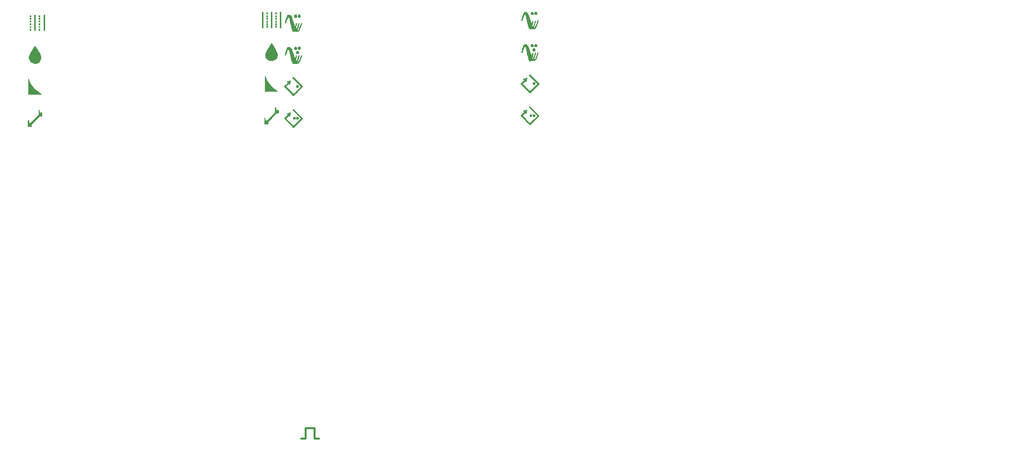
<source format=gbr>
%TF.GenerationSoftware,KiCad,Pcbnew,(6.0.10)*%
<<<<<<< HEAD
%TF.CreationDate,2023-02-08T13:31:10+00:00*%
=======
%TF.CreationDate,2023-02-08T13:12:10+00:00*%
>>>>>>> b10c0fa601ba5ec4f87fb5594a798798840687e0
%TF.ProjectId,frontpanel(1),66726f6e-7470-4616-9e65-6c2831292e6b,rev?*%
%TF.SameCoordinates,Original*%
%TF.FileFunction,Soldermask,Top*%
%TF.FilePolarity,Negative*%
%FSLAX46Y46*%
G04 Gerber Fmt 4.6, Leading zero omitted, Abs format (unit mm)*
<<<<<<< HEAD
G04 Created by KiCad (PCBNEW (6.0.10)) date 2023-02-08 13:31:10*
=======
G04 Created by KiCad (PCBNEW (6.0.10)) date 2023-02-08 13:12:10*
>>>>>>> b10c0fa601ba5ec4f87fb5594a798798840687e0
%MOMM*%
%LPD*%
G01*
G04 APERTURE LIST*
%ADD10C,0.300000*%
G04 APERTURE END LIST*
D10*
<<<<<<< HEAD
X121158000Y-129942800D02*
X121920000Y-129942800D01*
X121920000Y-129942800D02*
X121920000Y-128164800D01*
X123444000Y-129942800D02*
X124206000Y-129942800D01*
X123444000Y-128164800D02*
X123444000Y-129942800D01*
X121920000Y-128164800D02*
X123444000Y-128164800D01*
%TO.C,G\u002A\u002A\u002A*%
G36*
X114693332Y-59865793D02*
G01*
X114443291Y-59865793D01*
X114443291Y-57094506D01*
X114693332Y-57094506D01*
X114693332Y-59865793D01*
G37*
G36*
X117798007Y-59865793D02*
G01*
X117547966Y-59865793D01*
X117547966Y-57094506D01*
X117798007Y-57094506D01*
X117798007Y-59865793D01*
G37*
G36*
X117027048Y-58907303D02*
G01*
X116777007Y-58907303D01*
X116777007Y-58573915D01*
X117027048Y-58573915D01*
X117027048Y-58907303D01*
G37*
G36*
X115464291Y-59824120D02*
G01*
X115214250Y-59824120D01*
X115214250Y-59490732D01*
X115464291Y-59490732D01*
X115464291Y-59824120D01*
G37*
G36*
X115464291Y-58907303D02*
G01*
X115214250Y-58907303D01*
X115214250Y-58573915D01*
X115464291Y-58573915D01*
X115464291Y-58907303D01*
G37*
G36*
X115464291Y-59365711D02*
G01*
X115214250Y-59365711D01*
X115214250Y-59032323D01*
X115464291Y-59032323D01*
X115464291Y-59365711D01*
G37*
G36*
X117027048Y-59824120D02*
G01*
X116777007Y-59824120D01*
X116777007Y-59490732D01*
X117027048Y-59490732D01*
X117027048Y-59824120D01*
G37*
G36*
X117027048Y-57511241D02*
G01*
X116777007Y-57511241D01*
X116777007Y-57177853D01*
X117027048Y-57177853D01*
X117027048Y-57511241D01*
G37*
G36*
X115464291Y-57969649D02*
G01*
X115214250Y-57969649D01*
X115214250Y-57636261D01*
X115464291Y-57636261D01*
X115464291Y-57969649D01*
G37*
G36*
X116256088Y-59865793D02*
G01*
X115985210Y-59865793D01*
X115985210Y-57094506D01*
X116256088Y-57094506D01*
X116256088Y-59865793D01*
G37*
G36*
X115464291Y-58428058D02*
G01*
X115212497Y-58428058D01*
X115224669Y-58105088D01*
X115464291Y-58092590D01*
X115464291Y-58428058D01*
G37*
G36*
X117027048Y-59365711D02*
G01*
X116777007Y-59365711D01*
X116777007Y-59032323D01*
X117027048Y-59032323D01*
X117027048Y-59365711D01*
G37*
G36*
X115464291Y-57511241D02*
G01*
X115214250Y-57511241D01*
X115214250Y-57177853D01*
X115464291Y-57177853D01*
X115464291Y-57511241D01*
G37*
G36*
X117027048Y-57969649D02*
G01*
X116777007Y-57969649D01*
X116777007Y-57636261D01*
X117027048Y-57636261D01*
X117027048Y-57969649D01*
G37*
G36*
X117016629Y-58105088D02*
G01*
X117028801Y-58428058D01*
X116777007Y-58428058D01*
X116777007Y-58092590D01*
X117016629Y-58105088D01*
G37*
G36*
X161860621Y-74818850D02*
G01*
X161048155Y-75631517D01*
X160896213Y-75783309D01*
X160753140Y-75925880D01*
X160621630Y-76056568D01*
X160504381Y-76172710D01*
X160404090Y-76271644D01*
X160323453Y-76350708D01*
X160265165Y-76407239D01*
X160231924Y-76438576D01*
X160225071Y-76444184D01*
X160208787Y-76429868D01*
X160165762Y-76388685D01*
X160098673Y-76323280D01*
X160010202Y-76236301D01*
X159903027Y-76130391D01*
X159779828Y-76008199D01*
X159643284Y-75872369D01*
X159496076Y-75725549D01*
X159392001Y-75621534D01*
X158569550Y-74798884D01*
X158892018Y-74487975D01*
X159214487Y-74177067D01*
X159122314Y-74081991D01*
X159071818Y-74025777D01*
X159051773Y-73991744D01*
X159059803Y-73976236D01*
X159111957Y-73958562D01*
X159188690Y-73933946D01*
X159282369Y-73904687D01*
X159385364Y-73873086D01*
X159490043Y-73841441D01*
X159588774Y-73812053D01*
X159673926Y-73787221D01*
X159737868Y-73769246D01*
X159772967Y-73760426D01*
X159777296Y-73760024D01*
X159774975Y-73781241D01*
X159764742Y-73835143D01*
X159748366Y-73913880D01*
X159727623Y-74009606D01*
X159704283Y-74114471D01*
X159680119Y-74220629D01*
X159656905Y-74320231D01*
X159636412Y-74405428D01*
X159620413Y-74468374D01*
X159610681Y-74501219D01*
X159609257Y-74504022D01*
X159590788Y-74495816D01*
X159551614Y-74466085D01*
X159514588Y-74434080D01*
X159428108Y-74355950D01*
X158974552Y-74808100D01*
X159599811Y-75433358D01*
X160225069Y-76058617D01*
X160844884Y-75438802D01*
X161464700Y-74818987D01*
X160746104Y-74100164D01*
X160027508Y-73381342D01*
X160126409Y-73282441D01*
X160225311Y-73183540D01*
X161860621Y-74818850D01*
G37*
G36*
X160568876Y-74996029D02*
G01*
X160162560Y-75007957D01*
X160162560Y-74589713D01*
X160580804Y-74589713D01*
X160568876Y-74996029D01*
G37*
G36*
X161116596Y-74792871D02*
G01*
X161110632Y-74996029D01*
X160911650Y-75001943D01*
X160824308Y-75003057D01*
X160753181Y-75001190D01*
X160708184Y-74996746D01*
X160698074Y-74993261D01*
X160691703Y-74967263D01*
X160686742Y-74909664D01*
X160683892Y-74830527D01*
X160683478Y-74784189D01*
X160683478Y-74589713D01*
X161122559Y-74589713D01*
X161116596Y-74792871D01*
G37*
G36*
X115038655Y-68038632D02*
G01*
X115060921Y-68053495D01*
X115080611Y-68088447D01*
X115103632Y-68151819D01*
X115114926Y-68186461D01*
X115248456Y-68535020D01*
X115421376Y-68875716D01*
X115631630Y-69205028D01*
X115877162Y-69519436D01*
X115926620Y-69576060D01*
X116076400Y-69733150D01*
X116260195Y-69906141D01*
X116474787Y-70092215D01*
X116716960Y-70288553D01*
X116905753Y-70434051D01*
X117288834Y-70723470D01*
X114949498Y-70723470D01*
X114949498Y-68035530D01*
X115007906Y-68035530D01*
X115038655Y-68038632D01*
G37*
G36*
X159680429Y-58562682D02*
G01*
X159663536Y-58475462D01*
X160084779Y-58475462D01*
X160085614Y-58498936D01*
X160096119Y-58555602D01*
X160114548Y-58638574D01*
X160139154Y-58740964D01*
X160168190Y-58855885D01*
X160199910Y-58976451D01*
X160232568Y-59095775D01*
X160264416Y-59206969D01*
X160293708Y-59303148D01*
X160298419Y-59317853D01*
X160335597Y-59425725D01*
X160366834Y-59502075D01*
X160390905Y-59544807D01*
X160406589Y-59551826D01*
X160412663Y-59521036D01*
X160412677Y-59513683D01*
X160405355Y-59479079D01*
X160386057Y-59416378D01*
X160358189Y-59336212D01*
X160340885Y-59289688D01*
X160308925Y-59199782D01*
X160270633Y-59082910D01*
X160230223Y-58952422D01*
X160191907Y-58821670D01*
X160181476Y-58784481D01*
X160151135Y-58677370D01*
X160124211Y-58586772D01*
X160102750Y-58519221D01*
X160088797Y-58481251D01*
X160084779Y-58475462D01*
X159663536Y-58475462D01*
X159652516Y-58418563D01*
X159651364Y-58412808D01*
X160060521Y-58412808D01*
X160064352Y-58439834D01*
X160071465Y-58440157D01*
X160076439Y-58412269D01*
X160073110Y-58400219D01*
X160063858Y-58392327D01*
X160060521Y-58412808D01*
X159651364Y-58412808D01*
X159634673Y-58329461D01*
X160039684Y-58329461D01*
X160043515Y-58356487D01*
X160050628Y-58356810D01*
X160055602Y-58328922D01*
X160052273Y-58316872D01*
X160043021Y-58308980D01*
X160039684Y-58329461D01*
X159634673Y-58329461D01*
X159618330Y-58247851D01*
X160017203Y-58247851D01*
X160027621Y-58258269D01*
X160038039Y-58247851D01*
X160027621Y-58237432D01*
X160017203Y-58247851D01*
X159618330Y-58247851D01*
X159616526Y-58238841D01*
X159578939Y-58065306D01*
X159541089Y-57903074D01*
X159504313Y-57757259D01*
X159469945Y-57632979D01*
X159439322Y-57535349D01*
X159413779Y-57469484D01*
X159397831Y-57443032D01*
X159376063Y-57446086D01*
X159344530Y-57485293D01*
X159304898Y-57556734D01*
X159258829Y-57656485D01*
X159207989Y-57780626D01*
X159154042Y-57925236D01*
X159098652Y-58086392D01*
X159043485Y-58260173D01*
X159025269Y-58320779D01*
X158996129Y-58418330D01*
X158971187Y-58500313D01*
X158952814Y-58559053D01*
X158943376Y-58586875D01*
X158942806Y-58588011D01*
X158921034Y-58589220D01*
X158871872Y-58584563D01*
X158841836Y-58580436D01*
X158780878Y-58567471D01*
X158752193Y-58549071D01*
X158746161Y-58525986D01*
X158751170Y-58490303D01*
X158765001Y-58421701D01*
X158785857Y-58327561D01*
X158811943Y-58215261D01*
X158841464Y-58092182D01*
X158872623Y-57965703D01*
X158903625Y-57843204D01*
X158932674Y-57732065D01*
X158957975Y-57639665D01*
X158977732Y-57573384D01*
X158978618Y-57570656D01*
X159028372Y-57435583D01*
X159082531Y-57318421D01*
X159137262Y-57226341D01*
X159188735Y-57166512D01*
X159198710Y-57158760D01*
X159259785Y-57132159D01*
X159347459Y-57113277D01*
X159447176Y-57103285D01*
X159544379Y-57103357D01*
X159624513Y-57114662D01*
X159648452Y-57122561D01*
X159729909Y-57170654D01*
X159808666Y-57246114D01*
X159885705Y-57350927D01*
X159962007Y-57487076D01*
X160038555Y-57656546D01*
X160116332Y-57861322D01*
X160196319Y-58103388D01*
X160279499Y-58384729D01*
X160287875Y-58414545D01*
X160342331Y-58608395D01*
X160387012Y-58765264D01*
X160423006Y-58888402D01*
X160451398Y-58981062D01*
X160473274Y-59046496D01*
X160489720Y-59087954D01*
X160501822Y-59108690D01*
X160510667Y-59111954D01*
X160517237Y-59101289D01*
X160526804Y-59065365D01*
X160541948Y-58998275D01*
X160560542Y-58909808D01*
X160579313Y-58815652D01*
X160599776Y-58712308D01*
X160615389Y-58643097D01*
X160629001Y-58601197D01*
X160643463Y-58579786D01*
X160661625Y-58572042D01*
X160681478Y-58571105D01*
X160742142Y-58575981D01*
X160780070Y-58583199D01*
X160795081Y-58587463D01*
X160805933Y-58594317D01*
X160812034Y-58608458D01*
X160812791Y-58634582D01*
X160807613Y-58677387D01*
X160795908Y-58741569D01*
X160777082Y-58831825D01*
X160750546Y-58952852D01*
X160715705Y-59109347D01*
X160711196Y-59129576D01*
X160635424Y-59469545D01*
X160721634Y-59643913D01*
X160777898Y-59518893D01*
X160804185Y-59452151D01*
X160837719Y-59354877D01*
X160875561Y-59236946D01*
X160914769Y-59108235D01*
X160952404Y-58978619D01*
X160985525Y-58857974D01*
X161011193Y-58756178D01*
X161026152Y-58684996D01*
X161041763Y-58611112D01*
X161062783Y-58571055D01*
X161097632Y-58557088D01*
X161154732Y-58561474D01*
X161159741Y-58562262D01*
X161221162Y-58578516D01*
X161245618Y-58602847D01*
X161246467Y-58609948D01*
X161239778Y-58663375D01*
X161221401Y-58748767D01*
X161193547Y-58858804D01*
X161158429Y-58986165D01*
X161118260Y-59123528D01*
X161075251Y-59263572D01*
X161031614Y-59398977D01*
X160989563Y-59522421D01*
X160951308Y-59626583D01*
X160919063Y-59704142D01*
X160910423Y-59722051D01*
X160887604Y-59771937D01*
X160885740Y-59795083D01*
X160900742Y-59800189D01*
X160955513Y-59780276D01*
X161016583Y-59722696D01*
X161082295Y-59630690D01*
X161150989Y-59507498D01*
X161221007Y-59356360D01*
X161290689Y-59180517D01*
X161358378Y-58983207D01*
X161414152Y-58797329D01*
X161441572Y-58703005D01*
X161466343Y-58623427D01*
X161485673Y-58567212D01*
X161496490Y-58543258D01*
X161523448Y-58537970D01*
X161571537Y-58543855D01*
X161624907Y-58557042D01*
X161667708Y-58573659D01*
X161684143Y-58589090D01*
X161678562Y-58614503D01*
X161663361Y-58671450D01*
X161640850Y-58751535D01*
X161613342Y-58846363D01*
X161612896Y-58847879D01*
X161525189Y-59127404D01*
X161438413Y-59366223D01*
X161352080Y-59565282D01*
X161265706Y-59725523D01*
X161178804Y-59847892D01*
X161090890Y-59933333D01*
X161037018Y-59967487D01*
X160939603Y-60002988D01*
X160852103Y-60002284D01*
X160800605Y-59984850D01*
X160754194Y-59972478D01*
X160704014Y-59983290D01*
X160676664Y-59995269D01*
X160605059Y-60022924D01*
X160547422Y-60025346D01*
X160484648Y-60002661D01*
X160472682Y-59996623D01*
X160426226Y-59976429D01*
X160396586Y-59978547D01*
X160374742Y-59994304D01*
X160301596Y-60033098D01*
X160219245Y-60035814D01*
X160150168Y-60008174D01*
X160102922Y-59969407D01*
X160057922Y-59914116D01*
X160014349Y-59839682D01*
X159971384Y-59743488D01*
X159928206Y-59622913D01*
X159883995Y-59475340D01*
X159837932Y-59298149D01*
X159789196Y-59088721D01*
X159736969Y-58844439D01*
X159734614Y-58832706D01*
X159937512Y-58832706D01*
X159942222Y-58869763D01*
X159957190Y-58947163D01*
X159982522Y-59064900D01*
X159987934Y-59089230D01*
X160029111Y-59261349D01*
X160071854Y-59417836D01*
X160114691Y-59554848D01*
X160156147Y-59668543D01*
X160194750Y-59755079D01*
X160229024Y-59810615D01*
X160257496Y-59831307D01*
X160270569Y-59826035D01*
X160278104Y-59793118D01*
X160275364Y-59787351D01*
X160522711Y-59787351D01*
X160543589Y-59813724D01*
X160570783Y-59821025D01*
X160589904Y-59814880D01*
X160581089Y-59789460D01*
X160575284Y-59779872D01*
X160548516Y-59754146D01*
X160531082Y-59757220D01*
X160522711Y-59787351D01*
X160275364Y-59787351D01*
X160260244Y-59755534D01*
X160223335Y-59685649D01*
X160179614Y-59581687D01*
X160131455Y-59450217D01*
X160081231Y-59297810D01*
X160031314Y-59131037D01*
X160019191Y-59087980D01*
X159983901Y-58963627D01*
X159958456Y-58879634D01*
X159942958Y-58835995D01*
X159937512Y-58832706D01*
X159734614Y-58832706D01*
X159715512Y-58737514D01*
X159916309Y-58737514D01*
X159919583Y-58767095D01*
X159926819Y-58763560D01*
X159929571Y-58720900D01*
X159926819Y-58711468D01*
X159919213Y-58708851D01*
X159916309Y-58737514D01*
X159715512Y-58737514D01*
X159696348Y-58642013D01*
X159893827Y-58642013D01*
X159897658Y-58669038D01*
X159904771Y-58669361D01*
X159909745Y-58641473D01*
X159906416Y-58629424D01*
X159897164Y-58621531D01*
X159893827Y-58642013D01*
X159696348Y-58642013D01*
X159680429Y-58562682D01*
G37*
G36*
X160667953Y-57050455D02*
G01*
X160731335Y-57075980D01*
X160799547Y-57143726D01*
X160840523Y-57233037D01*
X160853808Y-57333549D01*
X160838944Y-57434896D01*
X160795477Y-57526714D01*
X160753287Y-57574923D01*
X160698371Y-57604300D01*
X160623096Y-57621610D01*
X160547820Y-57623653D01*
X160505167Y-57613923D01*
X160463644Y-57586098D01*
X160416243Y-57540881D01*
X160407021Y-57530339D01*
X160355234Y-57442382D01*
X160335271Y-57347097D01*
X160344203Y-57252520D01*
X160379104Y-57166687D01*
X160437046Y-57097634D01*
X160515102Y-57053396D01*
X160585176Y-57041335D01*
X160667953Y-57050455D01*
G37*
G36*
X161307215Y-57057304D02*
G01*
X161380763Y-57105264D01*
X161434419Y-57175516D01*
X161466643Y-57260143D01*
X161475893Y-57351225D01*
X161460629Y-57440842D01*
X161419311Y-57521075D01*
X161350399Y-57584005D01*
X161324020Y-57598370D01*
X161247933Y-57626945D01*
X161184595Y-57628218D01*
X161115031Y-57601910D01*
X161101999Y-57595092D01*
X161026050Y-57534680D01*
X160978482Y-57455954D01*
X160957690Y-57366789D01*
X160962066Y-57275062D01*
X160990003Y-57188650D01*
X161039896Y-57115428D01*
X161110137Y-57063273D01*
X161199120Y-57040060D01*
X161215316Y-57039558D01*
X161307215Y-57057304D01*
G37*
G36*
X161261244Y-62543071D02*
G01*
X161343683Y-62577058D01*
X161410623Y-62639109D01*
X161455020Y-62724813D01*
X161469906Y-62822256D01*
X161453784Y-62928224D01*
X161409402Y-63016791D01*
X161343035Y-63082197D01*
X161260958Y-63118682D01*
X161169444Y-63120483D01*
X161149985Y-63116017D01*
X161064062Y-63073218D01*
X161001258Y-63004008D01*
X160962777Y-62917422D01*
X160949825Y-62822498D01*
X160963610Y-62728270D01*
X161005335Y-62643776D01*
X161076209Y-62578051D01*
X161078041Y-62576923D01*
X161170349Y-62541556D01*
X161261244Y-62543071D01*
G37*
G36*
X161002990Y-63295128D02*
G01*
X161072748Y-63342180D01*
X161125586Y-63413715D01*
X161154221Y-63508496D01*
X161157277Y-63555717D01*
X161140774Y-63660923D01*
X161095574Y-63748722D01*
X161028147Y-63813377D01*
X160944958Y-63849150D01*
X160852475Y-63850304D01*
X160830982Y-63845188D01*
X160748945Y-63801547D01*
X160687350Y-63728925D01*
X160650647Y-63636825D01*
X160643287Y-63534752D01*
X160655463Y-63470453D01*
X160700512Y-63376517D01*
X160765076Y-63313254D01*
X160841868Y-63279427D01*
X160923602Y-63273798D01*
X161002990Y-63295128D01*
G37*
G36*
X159672979Y-64024544D02*
G01*
X159865554Y-64024544D01*
X159875973Y-64034962D01*
X159886391Y-64024544D01*
X159875973Y-64014125D01*
X159865554Y-64024544D01*
X159672979Y-64024544D01*
X159655619Y-63936575D01*
X159646521Y-63889105D01*
X159643998Y-63876543D01*
X160058701Y-63876543D01*
X160058829Y-63900920D01*
X160069010Y-63958809D01*
X160087552Y-64043740D01*
X160112760Y-64149242D01*
X160142942Y-64268842D01*
X160176405Y-64396071D01*
X160211454Y-64524456D01*
X160246397Y-64647528D01*
X160279540Y-64758815D01*
X160309190Y-64851845D01*
X160327800Y-64904896D01*
X160355533Y-64967891D01*
X160380951Y-65006726D01*
X160399667Y-65016643D01*
X160407297Y-64992885D01*
X160407310Y-64991160D01*
X160400834Y-64964184D01*
X160383004Y-64905404D01*
X160356222Y-64822354D01*
X160322886Y-64722569D01*
X160306107Y-64673399D01*
X160261909Y-64540607D01*
X160215404Y-64393991D01*
X160171988Y-64250946D01*
X160137053Y-64128866D01*
X160135670Y-64123788D01*
X160109102Y-64028604D01*
X160086000Y-63950811D01*
X160068633Y-63897690D01*
X160059267Y-63876522D01*
X160058701Y-63876543D01*
X159643998Y-63876543D01*
X159631524Y-63814440D01*
X160033893Y-63814440D01*
X160037724Y-63841465D01*
X160044837Y-63841788D01*
X160049811Y-63813900D01*
X160046482Y-63801851D01*
X160037230Y-63793958D01*
X160033893Y-63814440D01*
X159631524Y-63814440D01*
X159617224Y-63743247D01*
X160011412Y-63743247D01*
X160019035Y-63760398D01*
X160025303Y-63757139D01*
X160027797Y-63732410D01*
X160025303Y-63729356D01*
X160012915Y-63732216D01*
X160011412Y-63743247D01*
X159617224Y-63743247D01*
X159608245Y-63698545D01*
X159568961Y-63520986D01*
X159529782Y-63360193D01*
X159491822Y-63219930D01*
X159456193Y-63103964D01*
X159424009Y-63016058D01*
X159396383Y-62959977D01*
X159374427Y-62939487D01*
X159366764Y-62942806D01*
X159334149Y-62990351D01*
X159292375Y-63071266D01*
X159244019Y-63178933D01*
X159191654Y-63306735D01*
X159137855Y-63448054D01*
X159085197Y-63596273D01*
X159036255Y-63744774D01*
X158993603Y-63886938D01*
X158979542Y-63938066D01*
X158941427Y-64080793D01*
X158858513Y-64067534D01*
X158790561Y-64054280D01*
X158754699Y-64038860D01*
X158741465Y-64015973D01*
X158740370Y-64001394D01*
X158745746Y-63962415D01*
X158760640Y-63890490D01*
X158783200Y-63792764D01*
X158811574Y-63676383D01*
X158843908Y-63548492D01*
X158878352Y-63416239D01*
X158913052Y-63286768D01*
X158946157Y-63167225D01*
X158975815Y-63064756D01*
X159000172Y-62986507D01*
X159012553Y-62951321D01*
X159052057Y-62862242D01*
X159098665Y-62776569D01*
X159142869Y-62711623D01*
X159146521Y-62707250D01*
X159182496Y-62666823D01*
X159213626Y-62641116D01*
X159251140Y-62625795D01*
X159306269Y-62616529D01*
X159390242Y-62608985D01*
X159404044Y-62607890D01*
X159503654Y-62601958D01*
X159572678Y-62603380D01*
X159621671Y-62612869D01*
X159649165Y-62624413D01*
X159731168Y-62679232D01*
X159809732Y-62758051D01*
X159885994Y-62863225D01*
X159961093Y-62997107D01*
X160036166Y-63162051D01*
X160112350Y-63360412D01*
X160190784Y-63594542D01*
X160272605Y-63866796D01*
X160305006Y-63981402D01*
X160362699Y-64186199D01*
X160410504Y-64350748D01*
X160448487Y-64475267D01*
X160476719Y-64559974D01*
X160495266Y-64605086D01*
X160503180Y-64612813D01*
X160510118Y-64590436D01*
X160523282Y-64535017D01*
X160540908Y-64454412D01*
X160561230Y-64356480D01*
X160565485Y-64335395D01*
X160586570Y-64234445D01*
X160605982Y-64148818D01*
X160621789Y-64086536D01*
X160632061Y-64055619D01*
X160633241Y-64053940D01*
X160660370Y-64050271D01*
X160711849Y-64055850D01*
X160732814Y-64059847D01*
X160818695Y-64078030D01*
X160798932Y-64176307D01*
X160787591Y-64230799D01*
X160769344Y-64316297D01*
X160746276Y-64423118D01*
X160720475Y-64541576D01*
X160706282Y-64606325D01*
X160679371Y-64729805D01*
X160660865Y-64819865D01*
X160650115Y-64883763D01*
X160646470Y-64928757D01*
X160649278Y-64962105D01*
X160657889Y-64991064D01*
X160669375Y-65017851D01*
X160694815Y-65067152D01*
X160715500Y-65095191D01*
X160720260Y-65097636D01*
X160735635Y-65078637D01*
X160759881Y-65026032D01*
X160790865Y-64946412D01*
X160826456Y-64846367D01*
X160864523Y-64732486D01*
X160902934Y-64611359D01*
X160939559Y-64489576D01*
X160972265Y-64373727D01*
X160998921Y-64270403D01*
X161017396Y-64186192D01*
X161020324Y-64169869D01*
X161033237Y-64109936D01*
X161047574Y-64066002D01*
X161050790Y-64059778D01*
X161080146Y-64044664D01*
X161129559Y-64043126D01*
X161183276Y-64052540D01*
X161225544Y-64070280D01*
X161240780Y-64091454D01*
X161234293Y-64143465D01*
X161216325Y-64227211D01*
X161189118Y-64335076D01*
X161154913Y-64459445D01*
X161115950Y-64592702D01*
X161074471Y-64727233D01*
X161032717Y-64855423D01*
X160992927Y-64969655D01*
X160957345Y-65062315D01*
X160949834Y-65080140D01*
X160913843Y-65165684D01*
X160893920Y-65220149D01*
X160888522Y-65250226D01*
X160896104Y-65262605D01*
X160907321Y-65264330D01*
X160950442Y-65246236D01*
X161004371Y-65196426D01*
X161063784Y-65121611D01*
X161123361Y-65028503D01*
X161177779Y-64923811D01*
X161178357Y-64922560D01*
X161218589Y-64827814D01*
X161266043Y-64704242D01*
X161316768Y-64563168D01*
X161366818Y-64415916D01*
X161412241Y-64273811D01*
X161449091Y-64148174D01*
X161451557Y-64139146D01*
X161469771Y-64079469D01*
X161486312Y-64037290D01*
X161491683Y-64028236D01*
X161516828Y-64023858D01*
X161563992Y-64029080D01*
X161617249Y-64040498D01*
X161660677Y-64054706D01*
X161678352Y-64068149D01*
X161671279Y-64111988D01*
X161651710Y-64187403D01*
X161622120Y-64287079D01*
X161584983Y-64403701D01*
X161542773Y-64529953D01*
X161497966Y-64658521D01*
X161453034Y-64782087D01*
X161410454Y-64893338D01*
X161372699Y-64984958D01*
X161354994Y-65024105D01*
X161265443Y-65189430D01*
X161171792Y-65317799D01*
X161075305Y-65408253D01*
X160977248Y-65459831D01*
X160878886Y-65471575D01*
X160794624Y-65448905D01*
X160746701Y-65436290D01*
X160701269Y-65452368D01*
X160690193Y-65459324D01*
X160610039Y-65489293D01*
X160522863Y-65486601D01*
X160459282Y-65460285D01*
X160421619Y-65439946D01*
X160391884Y-65443554D01*
X160353021Y-65470703D01*
X160284627Y-65507782D01*
X160215422Y-65507212D01*
X160146178Y-65475685D01*
X160097665Y-65436661D01*
X160051083Y-65378620D01*
X160005661Y-65299118D01*
X159960632Y-65195715D01*
X159915226Y-65065966D01*
X159868674Y-64907431D01*
X159820206Y-64717667D01*
X159769054Y-64494231D01*
X159714448Y-64234681D01*
X159710328Y-64213806D01*
X159911930Y-64213806D01*
X159920383Y-64270836D01*
X159935885Y-64353641D01*
X159956898Y-64454897D01*
X159981886Y-64567278D01*
X160009311Y-64683460D01*
X160037637Y-64796117D01*
X160045713Y-64826758D01*
X160088446Y-64974262D01*
X160131285Y-65098585D01*
X160172493Y-65195987D01*
X160210335Y-65262723D01*
X160243076Y-65295053D01*
X160262741Y-65294789D01*
X160262333Y-65272575D01*
X160259685Y-65264128D01*
X160523384Y-65264128D01*
X160551998Y-65284049D01*
X160564992Y-65285167D01*
X160584119Y-65278944D01*
X160575147Y-65253331D01*
X160569687Y-65244325D01*
X160544985Y-65218633D01*
X160529212Y-65227702D01*
X160523384Y-65264128D01*
X160259685Y-65264128D01*
X160246648Y-65222538D01*
X160218852Y-65154227D01*
X160208731Y-65131828D01*
X160172549Y-65044338D01*
X160130032Y-64927060D01*
X160084560Y-64790728D01*
X160039514Y-64646080D01*
X159998273Y-64503851D01*
X159964217Y-64374778D01*
X159946995Y-64300502D01*
X159932025Y-64238481D01*
X159919052Y-64198692D01*
X159912062Y-64189876D01*
X159911930Y-64213806D01*
X159710328Y-64213806D01*
X159693196Y-64126991D01*
X159888036Y-64126991D01*
X159891867Y-64154016D01*
X159898980Y-64154339D01*
X159903954Y-64126451D01*
X159900625Y-64114402D01*
X159891373Y-64106509D01*
X159888036Y-64126991D01*
X159693196Y-64126991D01*
X159672979Y-64024544D01*
G37*
G36*
X160664753Y-62549582D02*
G01*
X160743888Y-62592271D01*
X160803128Y-62665078D01*
X160837772Y-62762898D01*
X160844882Y-62840236D01*
X160841204Y-62912348D01*
X160825399Y-62962621D01*
X160790310Y-63010592D01*
X160777162Y-63025080D01*
X160692615Y-63094128D01*
X160604213Y-63122153D01*
X160511438Y-63110210D01*
X160432296Y-63064000D01*
X160373674Y-62989572D01*
X160339610Y-62896982D01*
X160334140Y-62796287D01*
X160353265Y-62716139D01*
X160407889Y-62623409D01*
X160486066Y-62564992D01*
X160570423Y-62542117D01*
X160664753Y-62549582D01*
G37*
G36*
X116911019Y-73809134D02*
G01*
X117348591Y-73809134D01*
X117348591Y-74455073D01*
X116942045Y-74455073D01*
X116238919Y-75158427D01*
X115535794Y-75861780D01*
X115535794Y-76267870D01*
X114889855Y-76267870D01*
X114889855Y-75184359D01*
X115098222Y-75184359D01*
X115098222Y-75621931D01*
X115317241Y-75621931D01*
X116009947Y-74928994D01*
X116702652Y-74236057D01*
X116702652Y-73392399D01*
X116911019Y-73392399D01*
X116911019Y-73809134D01*
G37*
G36*
X116138799Y-62390473D02*
G01*
X116180776Y-62447772D01*
X116240882Y-62535246D01*
X116314904Y-62646330D01*
X116398628Y-62774458D01*
X116487840Y-62913064D01*
X116578327Y-63055584D01*
X116665876Y-63195452D01*
X116746272Y-63326103D01*
X116815302Y-63440970D01*
X116868752Y-63533490D01*
X116885333Y-63563715D01*
X116970505Y-63732778D01*
X117047251Y-63904368D01*
X117111978Y-64068797D01*
X117161090Y-64216380D01*
X117190991Y-64337430D01*
X117198666Y-64407812D01*
X117175114Y-64631940D01*
X117108029Y-64839082D01*
X117002762Y-65025021D01*
X116864668Y-65185541D01*
X116699099Y-65316424D01*
X116511409Y-65413454D01*
X116306951Y-65472413D01*
X116091077Y-65489085D01*
X115869141Y-65459253D01*
X115865166Y-65458274D01*
X115650242Y-65380070D01*
X115460354Y-65261516D01*
X115300135Y-65108506D01*
X115174216Y-64926934D01*
X115087228Y-64722695D01*
X115043802Y-64501681D01*
X115039666Y-64407812D01*
X115051887Y-64314507D01*
X115086153Y-64187033D01*
X115138869Y-64035077D01*
X115206440Y-63868325D01*
X115285270Y-63696462D01*
X115352998Y-63563715D01*
X115398762Y-63482373D01*
X115461851Y-63375965D01*
X115538051Y-63251054D01*
X115623148Y-63114207D01*
X115712930Y-62971989D01*
X115803181Y-62830965D01*
X115889689Y-62697701D01*
X115968240Y-62578762D01*
X116034620Y-62480714D01*
X116084617Y-62410122D01*
X116114015Y-62373551D01*
X116119166Y-62369915D01*
X116138799Y-62390473D01*
G37*
G36*
X161116596Y-69342871D02*
G01*
X161110632Y-69546029D01*
X160911650Y-69551943D01*
X160824308Y-69553057D01*
X160753181Y-69551190D01*
X160708184Y-69546746D01*
X160698074Y-69543261D01*
X160691703Y-69517263D01*
X160686742Y-69459664D01*
X160683892Y-69380527D01*
X160683478Y-69334189D01*
X160683478Y-69139713D01*
X161122559Y-69139713D01*
X161116596Y-69342871D01*
G37*
G36*
X161860621Y-69368850D02*
G01*
X161048155Y-70181517D01*
X160896213Y-70333309D01*
X160753140Y-70475880D01*
X160621630Y-70606568D01*
X160504381Y-70722710D01*
X160404090Y-70821644D01*
X160323453Y-70900708D01*
X160265165Y-70957239D01*
X160231924Y-70988576D01*
X160225071Y-70994184D01*
X160208787Y-70979868D01*
X160165762Y-70938685D01*
X160098673Y-70873280D01*
X160010202Y-70786301D01*
X159903027Y-70680391D01*
X159779828Y-70558199D01*
X159643284Y-70422369D01*
X159496076Y-70275549D01*
X159392001Y-70171534D01*
X158569550Y-69348884D01*
X158892018Y-69037975D01*
X159214487Y-68727067D01*
X159122314Y-68631991D01*
X159071818Y-68575777D01*
X159051773Y-68541744D01*
X159059803Y-68526236D01*
X159111957Y-68508562D01*
X159188690Y-68483946D01*
X159282369Y-68454687D01*
X159385364Y-68423086D01*
X159490043Y-68391441D01*
X159588774Y-68362053D01*
X159673926Y-68337221D01*
X159737868Y-68319246D01*
X159772967Y-68310426D01*
X159777296Y-68310024D01*
X159774975Y-68331241D01*
X159764742Y-68385143D01*
X159748366Y-68463880D01*
X159727623Y-68559606D01*
X159704283Y-68664471D01*
X159680119Y-68770629D01*
X159656905Y-68870231D01*
X159636412Y-68955428D01*
X159620413Y-69018374D01*
X159610681Y-69051219D01*
X159609257Y-69054022D01*
X159590788Y-69045816D01*
X159551614Y-69016085D01*
X159514588Y-68984080D01*
X159428108Y-68905950D01*
X158974552Y-69358100D01*
X159599811Y-69983358D01*
X160225069Y-70608617D01*
X160844884Y-69988802D01*
X161464700Y-69368987D01*
X160746104Y-68650164D01*
X160027508Y-67931342D01*
X160126409Y-67832441D01*
X160225311Y-67733540D01*
X161860621Y-69368850D01*
G37*
G36*
X161121050Y-69334189D02*
G01*
X161120636Y-69380527D01*
X161117787Y-69459664D01*
X161112826Y-69517263D01*
X161106455Y-69543261D01*
X161096345Y-69546746D01*
X161051347Y-69551190D01*
X160980220Y-69553057D01*
X160892878Y-69551943D01*
X160693897Y-69546029D01*
X160681969Y-69139713D01*
X161121050Y-69139713D01*
X161121050Y-69334189D01*
G37*
G36*
X161860621Y-69368850D02*
G01*
X161048155Y-70181517D01*
X160952704Y-70276919D01*
X160805964Y-70423285D01*
X160669769Y-70558774D01*
X160546818Y-70680723D01*
X160439805Y-70786469D01*
X160351427Y-70873351D01*
X160284382Y-70938705D01*
X160241364Y-70979870D01*
X160225071Y-70994184D01*
X160217139Y-70987592D01*
X160182505Y-70954845D01*
X160122938Y-70897018D01*
X160041118Y-70816755D01*
X159939724Y-70716704D01*
X159821436Y-70599511D01*
X159688933Y-70467820D01*
X159544895Y-70324279D01*
X159392001Y-70171534D01*
X158569549Y-69348884D01*
X158892018Y-69037975D01*
X159214487Y-68727067D01*
X159122314Y-68631991D01*
X159072105Y-68576142D01*
X159051819Y-68541942D01*
X159059803Y-68526236D01*
X159078831Y-68519600D01*
X159142540Y-68498644D01*
X159227530Y-68471740D01*
X159326170Y-68441187D01*
X159430829Y-68409285D01*
X159533875Y-68378333D01*
X159627676Y-68350631D01*
X159704600Y-68328479D01*
X159757018Y-68314177D01*
X159777296Y-68310024D01*
X159777537Y-68312458D01*
X159772676Y-68344224D01*
X159760429Y-68406338D01*
X159742569Y-68490952D01*
X159720867Y-68590218D01*
X159697096Y-68696289D01*
X159673030Y-68801316D01*
X159650441Y-68897450D01*
X159631100Y-68976845D01*
X159616781Y-69031652D01*
X159609257Y-69054022D01*
X159597803Y-69050210D01*
X159562966Y-69025261D01*
X159514588Y-68984080D01*
X159428108Y-68905950D01*
X158974552Y-69358100D01*
X159599811Y-69983358D01*
X160225069Y-70608617D01*
X160844884Y-69988802D01*
X161464700Y-69368987D01*
X160746104Y-68650164D01*
X160027508Y-67931342D01*
X160126410Y-67832441D01*
X160225311Y-67733540D01*
X161860621Y-69368850D01*
=======
X237180800Y-122981200D02*
X237942800Y-122981200D01*
X237942800Y-122981200D02*
X237942800Y-121203200D01*
X239466800Y-122981200D02*
X240228800Y-122981200D01*
X239466800Y-121203200D02*
X239466800Y-122981200D01*
X237942800Y-121203200D02*
X239466800Y-121203200D01*
%TO.C,G\u002A\u002A\u002A*%
G36*
X74332732Y-60326593D02*
G01*
X74082691Y-60326593D01*
X74082691Y-57555306D01*
X74332732Y-57555306D01*
X74332732Y-60326593D01*
G37*
G36*
X77437407Y-60326593D02*
G01*
X77187366Y-60326593D01*
X77187366Y-57555306D01*
X77437407Y-57555306D01*
X77437407Y-60326593D01*
G37*
G36*
X76666448Y-59368103D02*
G01*
X76416407Y-59368103D01*
X76416407Y-59034715D01*
X76666448Y-59034715D01*
X76666448Y-59368103D01*
G37*
G36*
X75103691Y-60284920D02*
G01*
X74853650Y-60284920D01*
X74853650Y-59951532D01*
X75103691Y-59951532D01*
X75103691Y-60284920D01*
G37*
G36*
X75103691Y-59368103D02*
G01*
X74853650Y-59368103D01*
X74853650Y-59034715D01*
X75103691Y-59034715D01*
X75103691Y-59368103D01*
G37*
G36*
X75103691Y-59826511D02*
G01*
X74853650Y-59826511D01*
X74853650Y-59493123D01*
X75103691Y-59493123D01*
X75103691Y-59826511D01*
G37*
G36*
X76666448Y-60284920D02*
G01*
X76416407Y-60284920D01*
X76416407Y-59951532D01*
X76666448Y-59951532D01*
X76666448Y-60284920D01*
G37*
G36*
X76666448Y-57972041D02*
G01*
X76416407Y-57972041D01*
X76416407Y-57638653D01*
X76666448Y-57638653D01*
X76666448Y-57972041D01*
G37*
G36*
X75103691Y-58430449D02*
G01*
X74853650Y-58430449D01*
X74853650Y-58097061D01*
X75103691Y-58097061D01*
X75103691Y-58430449D01*
G37*
G36*
X75895488Y-60326593D02*
G01*
X75624610Y-60326593D01*
X75624610Y-57555306D01*
X75895488Y-57555306D01*
X75895488Y-60326593D01*
G37*
G36*
X75103691Y-58888858D02*
G01*
X74851897Y-58888858D01*
X74864069Y-58565888D01*
X75103691Y-58553390D01*
X75103691Y-58888858D01*
G37*
G36*
X76666448Y-59826511D02*
G01*
X76416407Y-59826511D01*
X76416407Y-59493123D01*
X76666448Y-59493123D01*
X76666448Y-59826511D01*
G37*
G36*
X75103691Y-57972041D02*
G01*
X74853650Y-57972041D01*
X74853650Y-57638653D01*
X75103691Y-57638653D01*
X75103691Y-57972041D01*
G37*
G36*
X76666448Y-58430449D02*
G01*
X76416407Y-58430449D01*
X76416407Y-58097061D01*
X76666448Y-58097061D01*
X76666448Y-58430449D01*
G37*
G36*
X76656029Y-58565888D02*
G01*
X76668201Y-58888858D01*
X76416407Y-58888858D01*
X76416407Y-58553390D01*
X76656029Y-58565888D01*
G37*
G36*
X121500021Y-75279650D02*
G01*
X120687555Y-76092317D01*
X120535613Y-76244109D01*
X120392540Y-76386680D01*
X120261030Y-76517368D01*
X120143781Y-76633510D01*
X120043490Y-76732444D01*
X119962853Y-76811508D01*
X119904565Y-76868039D01*
X119871324Y-76899376D01*
X119864471Y-76904984D01*
X119848187Y-76890668D01*
X119805162Y-76849485D01*
X119738073Y-76784080D01*
X119649602Y-76697101D01*
X119542427Y-76591191D01*
X119419228Y-76468999D01*
X119282684Y-76333169D01*
X119135476Y-76186349D01*
X119031401Y-76082334D01*
X118208950Y-75259684D01*
X118531418Y-74948775D01*
X118853887Y-74637867D01*
X118761714Y-74542791D01*
X118711218Y-74486577D01*
X118691173Y-74452544D01*
X118699203Y-74437036D01*
X118751357Y-74419362D01*
X118828090Y-74394746D01*
X118921769Y-74365487D01*
X119024764Y-74333886D01*
X119129443Y-74302241D01*
X119228174Y-74272853D01*
X119313326Y-74248021D01*
X119377268Y-74230046D01*
X119412367Y-74221226D01*
X119416696Y-74220824D01*
X119414375Y-74242041D01*
X119404142Y-74295943D01*
X119387766Y-74374680D01*
X119367023Y-74470406D01*
X119343683Y-74575271D01*
X119319519Y-74681429D01*
X119296305Y-74781031D01*
X119275812Y-74866228D01*
X119259813Y-74929174D01*
X119250081Y-74962019D01*
X119248657Y-74964822D01*
X119230188Y-74956616D01*
X119191014Y-74926885D01*
X119153988Y-74894880D01*
X119067508Y-74816750D01*
X118613952Y-75268900D01*
X119239211Y-75894158D01*
X119864469Y-76519417D01*
X120484284Y-75899602D01*
X121104100Y-75279787D01*
X120385504Y-74560964D01*
X119666908Y-73842142D01*
X119765809Y-73743241D01*
X119864711Y-73644340D01*
X121500021Y-75279650D01*
G37*
G36*
X120208276Y-75456829D02*
G01*
X119801960Y-75468757D01*
X119801960Y-75050513D01*
X120220204Y-75050513D01*
X120208276Y-75456829D01*
G37*
G36*
X120755996Y-75253671D02*
G01*
X120750032Y-75456829D01*
X120551050Y-75462743D01*
X120463708Y-75463857D01*
X120392581Y-75461990D01*
X120347584Y-75457546D01*
X120337474Y-75454061D01*
X120331103Y-75428063D01*
X120326142Y-75370464D01*
X120323292Y-75291327D01*
X120322878Y-75244989D01*
X120322878Y-75050513D01*
X120761959Y-75050513D01*
X120755996Y-75253671D01*
G37*
G36*
X74678055Y-68499432D02*
G01*
X74700321Y-68514295D01*
X74720011Y-68549247D01*
X74743032Y-68612619D01*
X74754326Y-68647261D01*
X74887856Y-68995820D01*
X75060776Y-69336516D01*
X75271030Y-69665828D01*
X75516562Y-69980236D01*
X75566020Y-70036860D01*
X75715800Y-70193950D01*
X75899595Y-70366941D01*
X76114187Y-70553015D01*
X76356360Y-70749353D01*
X76545153Y-70894851D01*
X76928234Y-71184270D01*
X74588898Y-71184270D01*
X74588898Y-68496330D01*
X74647306Y-68496330D01*
X74678055Y-68499432D01*
G37*
G36*
X119319829Y-59023482D02*
G01*
X119302936Y-58936262D01*
X119724179Y-58936262D01*
X119725014Y-58959736D01*
X119735519Y-59016402D01*
X119753948Y-59099374D01*
X119778554Y-59201764D01*
X119807590Y-59316685D01*
X119839310Y-59437251D01*
X119871968Y-59556575D01*
X119903816Y-59667769D01*
X119933108Y-59763948D01*
X119937819Y-59778653D01*
X119974997Y-59886525D01*
X120006234Y-59962875D01*
X120030305Y-60005607D01*
X120045989Y-60012626D01*
X120052063Y-59981836D01*
X120052077Y-59974483D01*
X120044755Y-59939879D01*
X120025457Y-59877178D01*
X119997589Y-59797012D01*
X119980285Y-59750488D01*
X119948325Y-59660582D01*
X119910033Y-59543710D01*
X119869623Y-59413222D01*
X119831307Y-59282470D01*
X119820876Y-59245281D01*
X119790535Y-59138170D01*
X119763611Y-59047572D01*
X119742150Y-58980021D01*
X119728197Y-58942051D01*
X119724179Y-58936262D01*
X119302936Y-58936262D01*
X119291916Y-58879363D01*
X119290764Y-58873608D01*
X119699921Y-58873608D01*
X119703752Y-58900634D01*
X119710865Y-58900957D01*
X119715839Y-58873069D01*
X119712510Y-58861019D01*
X119703258Y-58853127D01*
X119699921Y-58873608D01*
X119290764Y-58873608D01*
X119274073Y-58790261D01*
X119679084Y-58790261D01*
X119682915Y-58817287D01*
X119690028Y-58817610D01*
X119695002Y-58789722D01*
X119691673Y-58777672D01*
X119682421Y-58769780D01*
X119679084Y-58790261D01*
X119274073Y-58790261D01*
X119257730Y-58708651D01*
X119656603Y-58708651D01*
X119667021Y-58719069D01*
X119677439Y-58708651D01*
X119667021Y-58698232D01*
X119656603Y-58708651D01*
X119257730Y-58708651D01*
X119255926Y-58699641D01*
X119218339Y-58526106D01*
X119180489Y-58363874D01*
X119143713Y-58218059D01*
X119109345Y-58093779D01*
X119078722Y-57996149D01*
X119053179Y-57930284D01*
X119037231Y-57903832D01*
X119015463Y-57906886D01*
X118983930Y-57946093D01*
X118944298Y-58017534D01*
X118898229Y-58117285D01*
X118847389Y-58241426D01*
X118793442Y-58386036D01*
X118738052Y-58547192D01*
X118682885Y-58720973D01*
X118664669Y-58781579D01*
X118635529Y-58879130D01*
X118610587Y-58961113D01*
X118592214Y-59019853D01*
X118582776Y-59047675D01*
X118582206Y-59048811D01*
X118560434Y-59050020D01*
X118511272Y-59045363D01*
X118481236Y-59041236D01*
X118420278Y-59028271D01*
X118391593Y-59009871D01*
X118385561Y-58986786D01*
X118390570Y-58951103D01*
X118404401Y-58882501D01*
X118425257Y-58788361D01*
X118451343Y-58676061D01*
X118480864Y-58552982D01*
X118512023Y-58426503D01*
X118543025Y-58304004D01*
X118572074Y-58192865D01*
X118597375Y-58100465D01*
X118617132Y-58034184D01*
X118618018Y-58031456D01*
X118667772Y-57896383D01*
X118721931Y-57779221D01*
X118776662Y-57687141D01*
X118828135Y-57627312D01*
X118838110Y-57619560D01*
X118899185Y-57592959D01*
X118986859Y-57574077D01*
X119086576Y-57564085D01*
X119183779Y-57564157D01*
X119263913Y-57575462D01*
X119287852Y-57583361D01*
X119369309Y-57631454D01*
X119448066Y-57706914D01*
X119525105Y-57811727D01*
X119601407Y-57947876D01*
X119677955Y-58117346D01*
X119755732Y-58322122D01*
X119835719Y-58564188D01*
X119918899Y-58845529D01*
X119927275Y-58875345D01*
X119981731Y-59069195D01*
X120026412Y-59226064D01*
X120062406Y-59349202D01*
X120090798Y-59441862D01*
X120112674Y-59507296D01*
X120129120Y-59548754D01*
X120141222Y-59569490D01*
X120150067Y-59572754D01*
X120156637Y-59562089D01*
X120166204Y-59526165D01*
X120181348Y-59459075D01*
X120199942Y-59370608D01*
X120218713Y-59276452D01*
X120239176Y-59173108D01*
X120254789Y-59103897D01*
X120268401Y-59061997D01*
X120282863Y-59040586D01*
X120301025Y-59032842D01*
X120320878Y-59031905D01*
X120381542Y-59036781D01*
X120419470Y-59043999D01*
X120434481Y-59048263D01*
X120445333Y-59055117D01*
X120451434Y-59069258D01*
X120452191Y-59095382D01*
X120447013Y-59138187D01*
X120435308Y-59202369D01*
X120416482Y-59292625D01*
X120389946Y-59413652D01*
X120355105Y-59570147D01*
X120350596Y-59590376D01*
X120274824Y-59930345D01*
X120361034Y-60104713D01*
X120417298Y-59979693D01*
X120443585Y-59912951D01*
X120477119Y-59815677D01*
X120514961Y-59697746D01*
X120554169Y-59569035D01*
X120591804Y-59439419D01*
X120624925Y-59318774D01*
X120650593Y-59216978D01*
X120665552Y-59145796D01*
X120681163Y-59071912D01*
X120702183Y-59031855D01*
X120737032Y-59017888D01*
X120794132Y-59022274D01*
X120799141Y-59023062D01*
X120860562Y-59039316D01*
X120885018Y-59063647D01*
X120885867Y-59070748D01*
X120879178Y-59124175D01*
X120860801Y-59209567D01*
X120832947Y-59319604D01*
X120797829Y-59446965D01*
X120757660Y-59584328D01*
X120714651Y-59724372D01*
X120671014Y-59859777D01*
X120628963Y-59983221D01*
X120590708Y-60087383D01*
X120558463Y-60164942D01*
X120549823Y-60182851D01*
X120527004Y-60232737D01*
X120525140Y-60255883D01*
X120540142Y-60260989D01*
X120594913Y-60241076D01*
X120655983Y-60183496D01*
X120721695Y-60091490D01*
X120790389Y-59968298D01*
X120860407Y-59817160D01*
X120930089Y-59641317D01*
X120997778Y-59444007D01*
X121053552Y-59258129D01*
X121080972Y-59163805D01*
X121105743Y-59084227D01*
X121125073Y-59028012D01*
X121135890Y-59004058D01*
X121162848Y-58998770D01*
X121210937Y-59004655D01*
X121264307Y-59017842D01*
X121307108Y-59034459D01*
X121323543Y-59049890D01*
X121317962Y-59075303D01*
X121302761Y-59132250D01*
X121280250Y-59212335D01*
X121252742Y-59307163D01*
X121252296Y-59308679D01*
X121164589Y-59588204D01*
X121077813Y-59827023D01*
X120991480Y-60026082D01*
X120905106Y-60186323D01*
X120818204Y-60308692D01*
X120730290Y-60394133D01*
X120676418Y-60428287D01*
X120579003Y-60463788D01*
X120491503Y-60463084D01*
X120440005Y-60445650D01*
X120393594Y-60433278D01*
X120343414Y-60444090D01*
X120316064Y-60456069D01*
X120244459Y-60483724D01*
X120186822Y-60486146D01*
X120124048Y-60463461D01*
X120112082Y-60457423D01*
X120065626Y-60437229D01*
X120035986Y-60439347D01*
X120014142Y-60455104D01*
X119940996Y-60493898D01*
X119858645Y-60496614D01*
X119789568Y-60468974D01*
X119742322Y-60430207D01*
X119697322Y-60374916D01*
X119653749Y-60300482D01*
X119610784Y-60204288D01*
X119567606Y-60083713D01*
X119523395Y-59936140D01*
X119477332Y-59758949D01*
X119428596Y-59549521D01*
X119376369Y-59305239D01*
X119374014Y-59293506D01*
X119576912Y-59293506D01*
X119581622Y-59330563D01*
X119596590Y-59407963D01*
X119621922Y-59525700D01*
X119627334Y-59550030D01*
X119668511Y-59722149D01*
X119711254Y-59878636D01*
X119754091Y-60015648D01*
X119795547Y-60129343D01*
X119834150Y-60215879D01*
X119868424Y-60271415D01*
X119896896Y-60292107D01*
X119909969Y-60286835D01*
X119917504Y-60253918D01*
X119914764Y-60248151D01*
X120162111Y-60248151D01*
X120182989Y-60274524D01*
X120210183Y-60281825D01*
X120229304Y-60275680D01*
X120220489Y-60250260D01*
X120214684Y-60240672D01*
X120187916Y-60214946D01*
X120170482Y-60218020D01*
X120162111Y-60248151D01*
X119914764Y-60248151D01*
X119899644Y-60216334D01*
X119862735Y-60146449D01*
X119819014Y-60042487D01*
X119770855Y-59911017D01*
X119720631Y-59758610D01*
X119670714Y-59591837D01*
X119658591Y-59548780D01*
X119623301Y-59424427D01*
X119597856Y-59340434D01*
X119582358Y-59296795D01*
X119576912Y-59293506D01*
X119374014Y-59293506D01*
X119354912Y-59198314D01*
X119555709Y-59198314D01*
X119558983Y-59227895D01*
X119566219Y-59224360D01*
X119568971Y-59181700D01*
X119566219Y-59172268D01*
X119558613Y-59169651D01*
X119555709Y-59198314D01*
X119354912Y-59198314D01*
X119335748Y-59102813D01*
X119533227Y-59102813D01*
X119537058Y-59129838D01*
X119544171Y-59130161D01*
X119549145Y-59102273D01*
X119545816Y-59090224D01*
X119536564Y-59082331D01*
X119533227Y-59102813D01*
X119335748Y-59102813D01*
X119319829Y-59023482D01*
G37*
G36*
X120307353Y-57511255D02*
G01*
X120370735Y-57536780D01*
X120438947Y-57604526D01*
X120479923Y-57693837D01*
X120493208Y-57794349D01*
X120478344Y-57895696D01*
X120434877Y-57987514D01*
X120392687Y-58035723D01*
X120337771Y-58065100D01*
X120262496Y-58082410D01*
X120187220Y-58084453D01*
X120144567Y-58074723D01*
X120103044Y-58046898D01*
X120055643Y-58001681D01*
X120046421Y-57991139D01*
X119994634Y-57903182D01*
X119974671Y-57807897D01*
X119983603Y-57713320D01*
X120018504Y-57627487D01*
X120076446Y-57558434D01*
X120154502Y-57514196D01*
X120224576Y-57502135D01*
X120307353Y-57511255D01*
G37*
G36*
X120946615Y-57518104D02*
G01*
X121020163Y-57566064D01*
X121073819Y-57636316D01*
X121106043Y-57720943D01*
X121115293Y-57812025D01*
X121100029Y-57901642D01*
X121058711Y-57981875D01*
X120989799Y-58044805D01*
X120963420Y-58059170D01*
X120887333Y-58087745D01*
X120823995Y-58089018D01*
X120754431Y-58062710D01*
X120741399Y-58055892D01*
X120665450Y-57995480D01*
X120617882Y-57916754D01*
X120597090Y-57827589D01*
X120601466Y-57735862D01*
X120629403Y-57649450D01*
X120679296Y-57576228D01*
X120749537Y-57524073D01*
X120838520Y-57500860D01*
X120854716Y-57500358D01*
X120946615Y-57518104D01*
G37*
G36*
X120900644Y-63003871D02*
G01*
X120983083Y-63037858D01*
X121050023Y-63099909D01*
X121094420Y-63185613D01*
X121109306Y-63283056D01*
X121093184Y-63389024D01*
X121048802Y-63477591D01*
X120982435Y-63542997D01*
X120900358Y-63579482D01*
X120808844Y-63581283D01*
X120789385Y-63576817D01*
X120703462Y-63534018D01*
X120640658Y-63464808D01*
X120602177Y-63378222D01*
X120589225Y-63283298D01*
X120603010Y-63189070D01*
X120644735Y-63104576D01*
X120715609Y-63038851D01*
X120717441Y-63037723D01*
X120809749Y-63002356D01*
X120900644Y-63003871D01*
G37*
G36*
X120642390Y-63755928D02*
G01*
X120712148Y-63802980D01*
X120764986Y-63874515D01*
X120793621Y-63969296D01*
X120796677Y-64016517D01*
X120780174Y-64121723D01*
X120734974Y-64209522D01*
X120667547Y-64274177D01*
X120584358Y-64309950D01*
X120491875Y-64311104D01*
X120470382Y-64305988D01*
X120388345Y-64262347D01*
X120326750Y-64189725D01*
X120290047Y-64097625D01*
X120282687Y-63995552D01*
X120294863Y-63931253D01*
X120339912Y-63837317D01*
X120404476Y-63774054D01*
X120481268Y-63740227D01*
X120563002Y-63734598D01*
X120642390Y-63755928D01*
G37*
G36*
X119312379Y-64485344D02*
G01*
X119504954Y-64485344D01*
X119515373Y-64495762D01*
X119525791Y-64485344D01*
X119515373Y-64474925D01*
X119504954Y-64485344D01*
X119312379Y-64485344D01*
X119295019Y-64397375D01*
X119285921Y-64349905D01*
X119283398Y-64337343D01*
X119698101Y-64337343D01*
X119698229Y-64361720D01*
X119708410Y-64419609D01*
X119726952Y-64504540D01*
X119752160Y-64610042D01*
X119782342Y-64729642D01*
X119815805Y-64856871D01*
X119850854Y-64985256D01*
X119885797Y-65108328D01*
X119918940Y-65219615D01*
X119948590Y-65312645D01*
X119967200Y-65365696D01*
X119994933Y-65428691D01*
X120020351Y-65467526D01*
X120039067Y-65477443D01*
X120046697Y-65453685D01*
X120046710Y-65451960D01*
X120040234Y-65424984D01*
X120022404Y-65366204D01*
X119995622Y-65283154D01*
X119962286Y-65183369D01*
X119945507Y-65134199D01*
X119901309Y-65001407D01*
X119854804Y-64854791D01*
X119811388Y-64711746D01*
X119776453Y-64589666D01*
X119775070Y-64584588D01*
X119748502Y-64489404D01*
X119725400Y-64411611D01*
X119708033Y-64358490D01*
X119698667Y-64337322D01*
X119698101Y-64337343D01*
X119283398Y-64337343D01*
X119270924Y-64275240D01*
X119673293Y-64275240D01*
X119677124Y-64302265D01*
X119684237Y-64302588D01*
X119689211Y-64274700D01*
X119685882Y-64262651D01*
X119676630Y-64254758D01*
X119673293Y-64275240D01*
X119270924Y-64275240D01*
X119256624Y-64204047D01*
X119650812Y-64204047D01*
X119658435Y-64221198D01*
X119664703Y-64217939D01*
X119667197Y-64193210D01*
X119664703Y-64190156D01*
X119652315Y-64193016D01*
X119650812Y-64204047D01*
X119256624Y-64204047D01*
X119247645Y-64159345D01*
X119208361Y-63981786D01*
X119169182Y-63820993D01*
X119131222Y-63680730D01*
X119095593Y-63564764D01*
X119063409Y-63476858D01*
X119035783Y-63420777D01*
X119013827Y-63400287D01*
X119006164Y-63403606D01*
X118973549Y-63451151D01*
X118931775Y-63532066D01*
X118883419Y-63639733D01*
X118831054Y-63767535D01*
X118777255Y-63908854D01*
X118724597Y-64057073D01*
X118675655Y-64205574D01*
X118633003Y-64347738D01*
X118618942Y-64398866D01*
X118580827Y-64541593D01*
X118497913Y-64528334D01*
X118429961Y-64515080D01*
X118394099Y-64499660D01*
X118380865Y-64476773D01*
X118379770Y-64462194D01*
X118385146Y-64423215D01*
X118400040Y-64351290D01*
X118422600Y-64253564D01*
X118450974Y-64137183D01*
X118483308Y-64009292D01*
X118517752Y-63877039D01*
X118552452Y-63747568D01*
X118585557Y-63628025D01*
X118615215Y-63525556D01*
X118639572Y-63447307D01*
X118651953Y-63412121D01*
X118691457Y-63323042D01*
X118738065Y-63237369D01*
X118782269Y-63172423D01*
X118785921Y-63168050D01*
X118821896Y-63127623D01*
X118853026Y-63101916D01*
X118890540Y-63086595D01*
X118945669Y-63077329D01*
X119029642Y-63069785D01*
X119043444Y-63068690D01*
X119143054Y-63062758D01*
X119212078Y-63064180D01*
X119261071Y-63073669D01*
X119288565Y-63085213D01*
X119370568Y-63140032D01*
X119449132Y-63218851D01*
X119525394Y-63324025D01*
X119600493Y-63457907D01*
X119675566Y-63622851D01*
X119751750Y-63821212D01*
X119830184Y-64055342D01*
X119912005Y-64327596D01*
X119944406Y-64442202D01*
X120002099Y-64646999D01*
X120049904Y-64811548D01*
X120087887Y-64936067D01*
X120116119Y-65020774D01*
X120134666Y-65065886D01*
X120142580Y-65073613D01*
X120149518Y-65051236D01*
X120162682Y-64995817D01*
X120180308Y-64915212D01*
X120200630Y-64817280D01*
X120204885Y-64796195D01*
X120225970Y-64695245D01*
X120245382Y-64609618D01*
X120261189Y-64547336D01*
X120271461Y-64516419D01*
X120272641Y-64514740D01*
X120299770Y-64511071D01*
X120351249Y-64516650D01*
X120372214Y-64520647D01*
X120458095Y-64538830D01*
X120438332Y-64637107D01*
X120426991Y-64691599D01*
X120408744Y-64777097D01*
X120385676Y-64883918D01*
X120359875Y-65002376D01*
X120345682Y-65067125D01*
X120318771Y-65190605D01*
X120300265Y-65280665D01*
X120289515Y-65344563D01*
X120285870Y-65389557D01*
X120288678Y-65422905D01*
X120297289Y-65451864D01*
X120308775Y-65478651D01*
X120334215Y-65527952D01*
X120354900Y-65555991D01*
X120359660Y-65558436D01*
X120375035Y-65539437D01*
X120399281Y-65486832D01*
X120430265Y-65407212D01*
X120465856Y-65307167D01*
X120503923Y-65193286D01*
X120542334Y-65072159D01*
X120578959Y-64950376D01*
X120611665Y-64834527D01*
X120638321Y-64731203D01*
X120656796Y-64646992D01*
X120659724Y-64630669D01*
X120672637Y-64570736D01*
X120686974Y-64526802D01*
X120690190Y-64520578D01*
X120719546Y-64505464D01*
X120768959Y-64503926D01*
X120822676Y-64513340D01*
X120864944Y-64531080D01*
X120880180Y-64552254D01*
X120873693Y-64604265D01*
X120855725Y-64688011D01*
X120828518Y-64795876D01*
X120794313Y-64920245D01*
X120755350Y-65053502D01*
X120713871Y-65188033D01*
X120672117Y-65316223D01*
X120632327Y-65430455D01*
X120596745Y-65523115D01*
X120589234Y-65540940D01*
X120553243Y-65626484D01*
X120533320Y-65680949D01*
X120527922Y-65711026D01*
X120535504Y-65723405D01*
X120546721Y-65725130D01*
X120589842Y-65707036D01*
X120643771Y-65657226D01*
X120703184Y-65582411D01*
X120762761Y-65489303D01*
X120817179Y-65384611D01*
X120817757Y-65383360D01*
X120857989Y-65288614D01*
X120905443Y-65165042D01*
X120956168Y-65023968D01*
X121006218Y-64876716D01*
X121051641Y-64734611D01*
X121088491Y-64608974D01*
X121090957Y-64599946D01*
X121109171Y-64540269D01*
X121125712Y-64498090D01*
X121131083Y-64489036D01*
X121156228Y-64484658D01*
X121203392Y-64489880D01*
X121256649Y-64501298D01*
X121300077Y-64515506D01*
X121317752Y-64528949D01*
X121310679Y-64572788D01*
X121291110Y-64648203D01*
X121261520Y-64747879D01*
X121224383Y-64864501D01*
X121182173Y-64990753D01*
X121137366Y-65119321D01*
X121092434Y-65242887D01*
X121049854Y-65354138D01*
X121012099Y-65445758D01*
X120994394Y-65484905D01*
X120904843Y-65650230D01*
X120811192Y-65778599D01*
X120714705Y-65869053D01*
X120616648Y-65920631D01*
X120518286Y-65932375D01*
X120434024Y-65909705D01*
X120386101Y-65897090D01*
X120340669Y-65913168D01*
X120329593Y-65920124D01*
X120249439Y-65950093D01*
X120162263Y-65947401D01*
X120098682Y-65921085D01*
X120061019Y-65900746D01*
X120031284Y-65904354D01*
X119992421Y-65931503D01*
X119924027Y-65968582D01*
X119854822Y-65968012D01*
X119785578Y-65936485D01*
X119737065Y-65897461D01*
X119690483Y-65839420D01*
X119645061Y-65759918D01*
X119600032Y-65656515D01*
X119554626Y-65526766D01*
X119508074Y-65368231D01*
X119459606Y-65178467D01*
X119408454Y-64955031D01*
X119353848Y-64695481D01*
X119349728Y-64674606D01*
X119551330Y-64674606D01*
X119559783Y-64731636D01*
X119575285Y-64814441D01*
X119596298Y-64915697D01*
X119621286Y-65028078D01*
X119648711Y-65144260D01*
X119677037Y-65256917D01*
X119685113Y-65287558D01*
X119727846Y-65435062D01*
X119770685Y-65559385D01*
X119811893Y-65656787D01*
X119849735Y-65723523D01*
X119882476Y-65755853D01*
X119902141Y-65755589D01*
X119901733Y-65733375D01*
X119899085Y-65724928D01*
X120162784Y-65724928D01*
X120191398Y-65744849D01*
X120204392Y-65745967D01*
X120223519Y-65739744D01*
X120214547Y-65714131D01*
X120209087Y-65705125D01*
X120184385Y-65679433D01*
X120168612Y-65688502D01*
X120162784Y-65724928D01*
X119899085Y-65724928D01*
X119886048Y-65683338D01*
X119858252Y-65615027D01*
X119848131Y-65592628D01*
X119811949Y-65505138D01*
X119769432Y-65387860D01*
X119723960Y-65251528D01*
X119678914Y-65106880D01*
X119637673Y-64964651D01*
X119603617Y-64835578D01*
X119586395Y-64761302D01*
X119571425Y-64699281D01*
X119558452Y-64659492D01*
X119551462Y-64650676D01*
X119551330Y-64674606D01*
X119349728Y-64674606D01*
X119332596Y-64587791D01*
X119527436Y-64587791D01*
X119531267Y-64614816D01*
X119538380Y-64615139D01*
X119543354Y-64587251D01*
X119540025Y-64575202D01*
X119530773Y-64567309D01*
X119527436Y-64587791D01*
X119332596Y-64587791D01*
X119312379Y-64485344D01*
G37*
G36*
X120304153Y-63010382D02*
G01*
X120383288Y-63053071D01*
X120442528Y-63125878D01*
X120477172Y-63223698D01*
X120484282Y-63301036D01*
X120480604Y-63373148D01*
X120464799Y-63423421D01*
X120429710Y-63471392D01*
X120416562Y-63485880D01*
X120332015Y-63554928D01*
X120243613Y-63582953D01*
X120150838Y-63571010D01*
X120071696Y-63524800D01*
X120013074Y-63450372D01*
X119979010Y-63357782D01*
X119973540Y-63257087D01*
X119992665Y-63176939D01*
X120047289Y-63084209D01*
X120125466Y-63025792D01*
X120209823Y-63002917D01*
X120304153Y-63010382D01*
G37*
G36*
X76550419Y-74269934D02*
G01*
X76987991Y-74269934D01*
X76987991Y-74915873D01*
X76581445Y-74915873D01*
X75878319Y-75619227D01*
X75175194Y-76322580D01*
X75175194Y-76728670D01*
X74529255Y-76728670D01*
X74529255Y-75645159D01*
X74737622Y-75645159D01*
X74737622Y-76082731D01*
X74956641Y-76082731D01*
X75649347Y-75389794D01*
X76342052Y-74696857D01*
X76342052Y-73853199D01*
X76550419Y-73853199D01*
X76550419Y-74269934D01*
G37*
G36*
X75778199Y-62851273D02*
G01*
X75820176Y-62908572D01*
X75880282Y-62996046D01*
X75954304Y-63107130D01*
X76038028Y-63235258D01*
X76127240Y-63373864D01*
X76217727Y-63516384D01*
X76305276Y-63656252D01*
X76385672Y-63786903D01*
X76454702Y-63901770D01*
X76508152Y-63994290D01*
X76524733Y-64024515D01*
X76609905Y-64193578D01*
X76686651Y-64365168D01*
X76751378Y-64529597D01*
X76800490Y-64677180D01*
X76830391Y-64798230D01*
X76838066Y-64868612D01*
X76814514Y-65092740D01*
X76747429Y-65299882D01*
X76642162Y-65485821D01*
X76504068Y-65646341D01*
X76338499Y-65777224D01*
X76150809Y-65874254D01*
X75946351Y-65933213D01*
X75730477Y-65949885D01*
X75508541Y-65920053D01*
X75504566Y-65919074D01*
X75289642Y-65840870D01*
X75099754Y-65722316D01*
X74939535Y-65569306D01*
X74813616Y-65387734D01*
X74726628Y-65183495D01*
X74683202Y-64962481D01*
X74679066Y-64868612D01*
X74691287Y-64775307D01*
X74725553Y-64647833D01*
X74778269Y-64495877D01*
X74845840Y-64329125D01*
X74924670Y-64157262D01*
X74992398Y-64024515D01*
X75038162Y-63943173D01*
X75101251Y-63836765D01*
X75177451Y-63711854D01*
X75262548Y-63575007D01*
X75352330Y-63432789D01*
X75442581Y-63291765D01*
X75529089Y-63158501D01*
X75607640Y-63039562D01*
X75674020Y-62941514D01*
X75724017Y-62870922D01*
X75753415Y-62834351D01*
X75758566Y-62830715D01*
X75778199Y-62851273D01*
G37*
G36*
X120755996Y-69803671D02*
G01*
X120750032Y-70006829D01*
X120551050Y-70012743D01*
X120463708Y-70013857D01*
X120392581Y-70011990D01*
X120347584Y-70007546D01*
X120337474Y-70004061D01*
X120331103Y-69978063D01*
X120326142Y-69920464D01*
X120323292Y-69841327D01*
X120322878Y-69794989D01*
X120322878Y-69600513D01*
X120761959Y-69600513D01*
X120755996Y-69803671D01*
G37*
G36*
X121500021Y-69829650D02*
G01*
X120687555Y-70642317D01*
X120535613Y-70794109D01*
X120392540Y-70936680D01*
X120261030Y-71067368D01*
X120143781Y-71183510D01*
X120043490Y-71282444D01*
X119962853Y-71361508D01*
X119904565Y-71418039D01*
X119871324Y-71449376D01*
X119864471Y-71454984D01*
X119848187Y-71440668D01*
X119805162Y-71399485D01*
X119738073Y-71334080D01*
X119649602Y-71247101D01*
X119542427Y-71141191D01*
X119419228Y-71018999D01*
X119282684Y-70883169D01*
X119135476Y-70736349D01*
X119031401Y-70632334D01*
X118208950Y-69809684D01*
X118531418Y-69498775D01*
X118853887Y-69187867D01*
X118761714Y-69092791D01*
X118711218Y-69036577D01*
X118691173Y-69002544D01*
X118699203Y-68987036D01*
X118751357Y-68969362D01*
X118828090Y-68944746D01*
X118921769Y-68915487D01*
X119024764Y-68883886D01*
X119129443Y-68852241D01*
X119228174Y-68822853D01*
X119313326Y-68798021D01*
X119377268Y-68780046D01*
X119412367Y-68771226D01*
X119416696Y-68770824D01*
X119414375Y-68792041D01*
X119404142Y-68845943D01*
X119387766Y-68924680D01*
X119367023Y-69020406D01*
X119343683Y-69125271D01*
X119319519Y-69231429D01*
X119296305Y-69331031D01*
X119275812Y-69416228D01*
X119259813Y-69479174D01*
X119250081Y-69512019D01*
X119248657Y-69514822D01*
X119230188Y-69506616D01*
X119191014Y-69476885D01*
X119153988Y-69444880D01*
X119067508Y-69366750D01*
X118613952Y-69818900D01*
X119239211Y-70444158D01*
X119864469Y-71069417D01*
X120484284Y-70449602D01*
X121104100Y-69829787D01*
X120385504Y-69110964D01*
X119666908Y-68392142D01*
X119765809Y-68293241D01*
X119864711Y-68194340D01*
X121500021Y-69829650D01*
G37*
G36*
X120760450Y-69794989D02*
G01*
X120760036Y-69841327D01*
X120757187Y-69920464D01*
X120752226Y-69978063D01*
X120745855Y-70004061D01*
X120735745Y-70007546D01*
X120690747Y-70011990D01*
X120619620Y-70013857D01*
X120532278Y-70012743D01*
X120333297Y-70006829D01*
X120321369Y-69600513D01*
X120760450Y-69600513D01*
X120760450Y-69794989D01*
G37*
G36*
X121500021Y-69829650D02*
G01*
X120687555Y-70642317D01*
X120592104Y-70737719D01*
X120445364Y-70884085D01*
X120309169Y-71019574D01*
X120186218Y-71141523D01*
X120079205Y-71247269D01*
X119990827Y-71334151D01*
X119923782Y-71399505D01*
X119880764Y-71440670D01*
X119864471Y-71454984D01*
X119856539Y-71448392D01*
X119821905Y-71415645D01*
X119762338Y-71357818D01*
X119680518Y-71277555D01*
X119579124Y-71177504D01*
X119460836Y-71060311D01*
X119328333Y-70928620D01*
X119184295Y-70785079D01*
X119031401Y-70632334D01*
X118208949Y-69809684D01*
X118531418Y-69498775D01*
X118853887Y-69187867D01*
X118761714Y-69092791D01*
X118711505Y-69036942D01*
X118691219Y-69002742D01*
X118699203Y-68987036D01*
X118718231Y-68980400D01*
X118781940Y-68959444D01*
X118866930Y-68932540D01*
X118965570Y-68901987D01*
X119070229Y-68870085D01*
X119173275Y-68839133D01*
X119267076Y-68811431D01*
X119344000Y-68789279D01*
X119396418Y-68774977D01*
X119416696Y-68770824D01*
X119416937Y-68773258D01*
X119412076Y-68805024D01*
X119399829Y-68867138D01*
X119381969Y-68951752D01*
X119360267Y-69051018D01*
X119336496Y-69157089D01*
X119312430Y-69262116D01*
X119289841Y-69358250D01*
X119270500Y-69437645D01*
X119256181Y-69492452D01*
X119248657Y-69514822D01*
X119237203Y-69511010D01*
X119202366Y-69486061D01*
X119153988Y-69444880D01*
X119067508Y-69366750D01*
X118613952Y-69818900D01*
X119239211Y-70444158D01*
X119864469Y-71069417D01*
X120484284Y-70449602D01*
X121104100Y-69829787D01*
X120385504Y-69110964D01*
X119666908Y-68392142D01*
X119765810Y-68293241D01*
X119864711Y-68194340D01*
X121500021Y-69829650D01*
>>>>>>> b10c0fa601ba5ec4f87fb5594a798798840687e0
G37*
%TD*%
M02*

</source>
